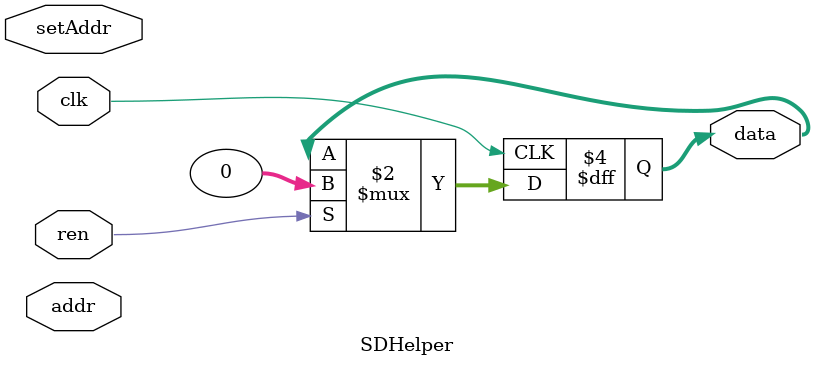
<source format=v>
`ifdef SIM_USE_DPIC
import "DPI-C" function void sd_setaddr(input int addr);
import "DPI-C" function void sd_read(output int data);
`endif

module SDHelper (
  input clk,
  input setAddr,
  input [31:0] addr,
  input ren,
  output reg [31:0] data
);

`ifdef SIM_USE_DPIC
  always @(negedge clk) begin
    if (ren) sd_read(data);
  end
  always@(posedge clk) begin
    if (setAddr) sd_setaddr(addr);
  end
`else
  always @(negedge clk) begin
    if (ren) data <= 0;
  end
`endif // SIM_USE_DPIC

endmodule


</source>
